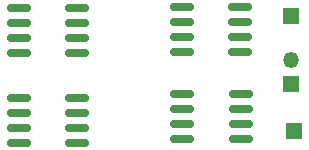
<source format=gbr>
%TF.GenerationSoftware,KiCad,Pcbnew,7.0.6*%
%TF.CreationDate,2023-10-15T16:26:04+03:00*%
%TF.ProjectId,MOSFET,4d4f5346-4554-42e6-9b69-6361645f7063,rev?*%
%TF.SameCoordinates,Original*%
%TF.FileFunction,Soldermask,Top*%
%TF.FilePolarity,Negative*%
%FSLAX46Y46*%
G04 Gerber Fmt 4.6, Leading zero omitted, Abs format (unit mm)*
G04 Created by KiCad (PCBNEW 7.0.6) date 2023-10-15 16:26:04*
%MOMM*%
%LPD*%
G01*
G04 APERTURE LIST*
G04 Aperture macros list*
%AMRoundRect*
0 Rectangle with rounded corners*
0 $1 Rounding radius*
0 $2 $3 $4 $5 $6 $7 $8 $9 X,Y pos of 4 corners*
0 Add a 4 corners polygon primitive as box body*
4,1,4,$2,$3,$4,$5,$6,$7,$8,$9,$2,$3,0*
0 Add four circle primitives for the rounded corners*
1,1,$1+$1,$2,$3*
1,1,$1+$1,$4,$5*
1,1,$1+$1,$6,$7*
1,1,$1+$1,$8,$9*
0 Add four rect primitives between the rounded corners*
20,1,$1+$1,$2,$3,$4,$5,0*
20,1,$1+$1,$4,$5,$6,$7,0*
20,1,$1+$1,$6,$7,$8,$9,0*
20,1,$1+$1,$8,$9,$2,$3,0*%
G04 Aperture macros list end*
%ADD10R,1.350000X1.350000*%
%ADD11O,1.350000X1.350000*%
%ADD12RoundRect,0.150000X0.825000X0.150000X-0.825000X0.150000X-0.825000X-0.150000X0.825000X-0.150000X0*%
G04 APERTURE END LIST*
D10*
%TO.C,J1*%
X145000000Y-80750000D03*
D11*
X145000000Y-78750000D03*
%TD*%
D12*
%TO.C,Q4*%
X140750000Y-85405000D03*
X140750000Y-84135000D03*
X140750000Y-82865000D03*
X140750000Y-81595000D03*
X135800000Y-81595000D03*
X135800000Y-82865000D03*
X135800000Y-84135000D03*
X135800000Y-85405000D03*
%TD*%
%TO.C,Q3*%
X140725000Y-78020000D03*
X140725000Y-76750000D03*
X140725000Y-75480000D03*
X140725000Y-74210000D03*
X135775000Y-74210000D03*
X135775000Y-75480000D03*
X135775000Y-76750000D03*
X135775000Y-78020000D03*
%TD*%
%TO.C,Q2*%
X126935000Y-85725000D03*
X126935000Y-84455000D03*
X126935000Y-83185000D03*
X126935000Y-81915000D03*
X121985000Y-81915000D03*
X121985000Y-83185000D03*
X121985000Y-84455000D03*
X121985000Y-85725000D03*
%TD*%
D10*
%TO.C,J2*%
X145000000Y-75000000D03*
%TD*%
D12*
%TO.C,Q1*%
X126935000Y-78105000D03*
X126935000Y-76835000D03*
X126935000Y-75565000D03*
X126935000Y-74295000D03*
X121985000Y-74295000D03*
X121985000Y-75565000D03*
X121985000Y-76835000D03*
X121985000Y-78105000D03*
%TD*%
D10*
%TO.C,J3*%
X145250000Y-84750000D03*
%TD*%
M02*

</source>
